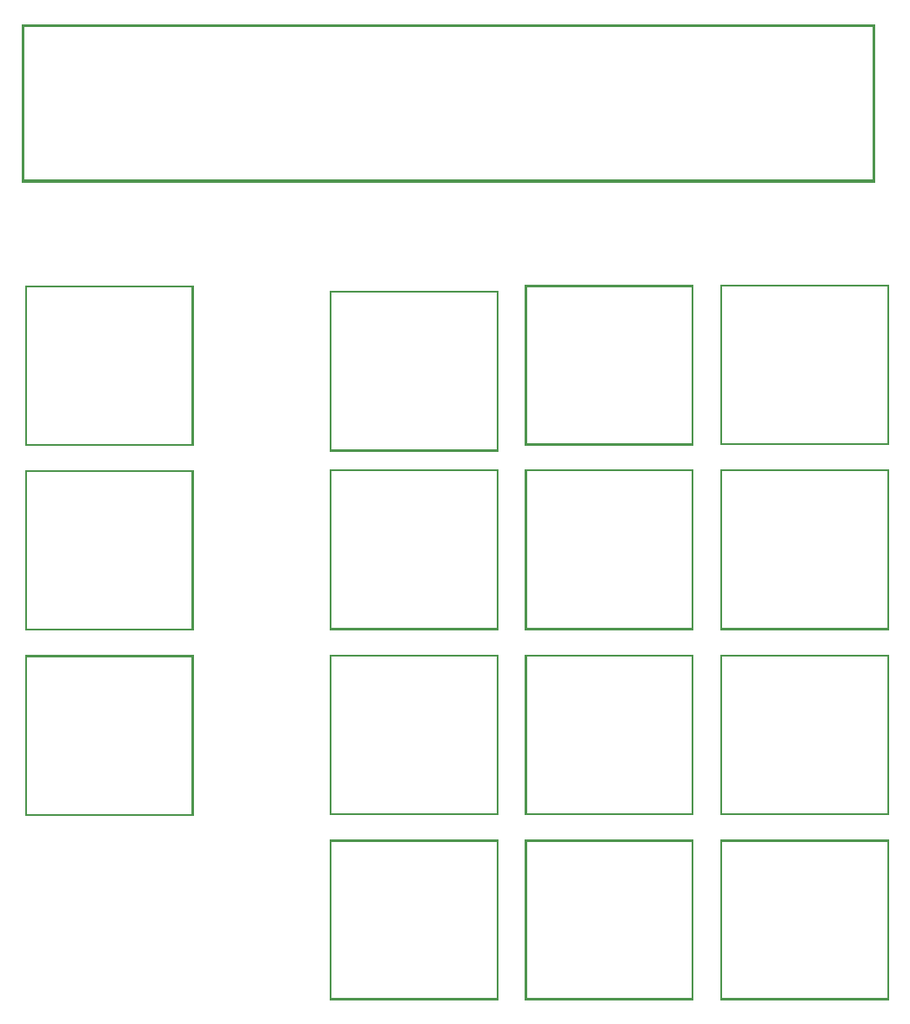
<source format=gbo>
G04 #@! TF.GenerationSoftware,KiCad,Pcbnew,(6.0.7)*
G04 #@! TF.CreationDate,2022-11-27T22:30:53+00:00*
G04 #@! TF.ProjectId,RJ21_RJ45_PRIMARY_BREAKOUT,524a3231-5f52-44a3-9435-5f5052494d41,rev?*
G04 #@! TF.SameCoordinates,Original*
G04 #@! TF.FileFunction,Legend,Bot*
G04 #@! TF.FilePolarity,Positive*
%FSLAX46Y46*%
G04 Gerber Fmt 4.6, Leading zero omitted, Abs format (unit mm)*
G04 Created by KiCad (PCBNEW (6.0.7)) date 2022-11-27 22:30:53*
%MOMM*%
%LPD*%
G01*
G04 APERTURE LIST*
%ADD10C,0.010000*%
%ADD11C,4.500000*%
%ADD12C,1.500000*%
%ADD13C,3.100000*%
%ADD14C,1.600000*%
%ADD15C,3.200000*%
G04 APERTURE END LIST*
G04 #@! TO.C,J17*
G36*
X200450164Y-50095493D02*
G01*
X200450164Y-65420160D01*
X117434497Y-65420160D01*
X117434497Y-65187327D01*
X117646164Y-65187327D01*
X200217331Y-65187327D01*
X200217331Y-50307160D01*
X117646164Y-50307160D01*
X117646164Y-65187327D01*
X117434497Y-65187327D01*
X117434497Y-50095493D01*
X200450164Y-50095493D01*
G37*
D10*
X200450164Y-50095493D02*
X200450164Y-65420160D01*
X117434497Y-65420160D01*
X117434497Y-65187327D01*
X117646164Y-65187327D01*
X200217331Y-65187327D01*
X200217331Y-50307160D01*
X117646164Y-50307160D01*
X117646164Y-65187327D01*
X117434497Y-65187327D01*
X117434497Y-50095493D01*
X200450164Y-50095493D01*
G04 #@! TO.C,J8*
G36*
X166405007Y-129402017D02*
G01*
X182745674Y-129402017D01*
X182745674Y-144938351D01*
X166405007Y-144938351D01*
X166405007Y-144811351D01*
X166532007Y-144811351D01*
X182639841Y-144811351D01*
X182639841Y-129507851D01*
X166532007Y-129507851D01*
X166532007Y-144811351D01*
X166405007Y-144811351D01*
X166405007Y-129402017D01*
G37*
X166405007Y-129402017D02*
X182745674Y-129402017D01*
X182745674Y-144938351D01*
X166405007Y-144938351D01*
X166405007Y-144811351D01*
X166532007Y-144811351D01*
X182639841Y-144811351D01*
X182639841Y-129507851D01*
X166532007Y-129507851D01*
X166532007Y-144811351D01*
X166405007Y-144811351D01*
X166405007Y-129402017D01*
G04 #@! TO.C,J11*
G36*
X147405007Y-111402017D02*
G01*
X163745674Y-111402017D01*
X163745674Y-126938351D01*
X147405007Y-126938351D01*
X147405007Y-126811351D01*
X147532007Y-126811351D01*
X163639841Y-126811351D01*
X163639841Y-111507851D01*
X147532007Y-111507851D01*
X147532007Y-126811351D01*
X147405007Y-126811351D01*
X147405007Y-111402017D01*
G37*
X147405007Y-111402017D02*
X163745674Y-111402017D01*
X163745674Y-126938351D01*
X147405007Y-126938351D01*
X147405007Y-126811351D01*
X147532007Y-126811351D01*
X163639841Y-126811351D01*
X163639841Y-111507851D01*
X147532007Y-111507851D01*
X147532007Y-126811351D01*
X147405007Y-126811351D01*
X147405007Y-111402017D01*
G04 #@! TO.C,J5*
G36*
X166405007Y-75472017D02*
G01*
X182745674Y-75472017D01*
X182745674Y-91008351D01*
X166405007Y-91008351D01*
X166405007Y-90881351D01*
X166532007Y-90881351D01*
X182639841Y-90881351D01*
X182639841Y-75577851D01*
X166532007Y-75577851D01*
X166532007Y-90881351D01*
X166405007Y-90881351D01*
X166405007Y-75472017D01*
G37*
X166405007Y-75472017D02*
X182745674Y-75472017D01*
X182745674Y-91008351D01*
X166405007Y-91008351D01*
X166405007Y-90881351D01*
X166532007Y-90881351D01*
X182639841Y-90881351D01*
X182639841Y-75577851D01*
X166532007Y-75577851D01*
X166532007Y-90881351D01*
X166405007Y-90881351D01*
X166405007Y-75472017D01*
G04 #@! TO.C,J1*
G36*
X185405007Y-75402017D02*
G01*
X201745674Y-75402017D01*
X201745674Y-90938351D01*
X185405007Y-90938351D01*
X185405007Y-90811351D01*
X185532007Y-90811351D01*
X201639841Y-90811351D01*
X201639841Y-75507851D01*
X185532007Y-75507851D01*
X185532007Y-90811351D01*
X185405007Y-90811351D01*
X185405007Y-75402017D01*
G37*
X185405007Y-75402017D02*
X201745674Y-75402017D01*
X201745674Y-90938351D01*
X185405007Y-90938351D01*
X185405007Y-90811351D01*
X185532007Y-90811351D01*
X201639841Y-90811351D01*
X201639841Y-75507851D01*
X185532007Y-75507851D01*
X185532007Y-90811351D01*
X185405007Y-90811351D01*
X185405007Y-75402017D01*
G04 #@! TO.C,J7*
G36*
X166405007Y-111402017D02*
G01*
X182745674Y-111402017D01*
X182745674Y-126938351D01*
X166405007Y-126938351D01*
X166405007Y-126811351D01*
X166532007Y-126811351D01*
X182639841Y-126811351D01*
X182639841Y-111507851D01*
X166532007Y-111507851D01*
X166532007Y-126811351D01*
X166405007Y-126811351D01*
X166405007Y-111402017D01*
G37*
X166405007Y-111402017D02*
X182745674Y-111402017D01*
X182745674Y-126938351D01*
X166405007Y-126938351D01*
X166405007Y-126811351D01*
X166532007Y-126811351D01*
X182639841Y-126811351D01*
X182639841Y-111507851D01*
X166532007Y-111507851D01*
X166532007Y-126811351D01*
X166405007Y-126811351D01*
X166405007Y-111402017D01*
G04 #@! TO.C,J4*
G36*
X185405007Y-129402017D02*
G01*
X201745674Y-129402017D01*
X201745674Y-144938351D01*
X185405007Y-144938351D01*
X185405007Y-144811351D01*
X185532007Y-144811351D01*
X201639841Y-144811351D01*
X201639841Y-129507851D01*
X185532007Y-129507851D01*
X185532007Y-144811351D01*
X185405007Y-144811351D01*
X185405007Y-129402017D01*
G37*
X185405007Y-129402017D02*
X201745674Y-129402017D01*
X201745674Y-144938351D01*
X185405007Y-144938351D01*
X185405007Y-144811351D01*
X185532007Y-144811351D01*
X201639841Y-144811351D01*
X201639841Y-129507851D01*
X185532007Y-129507851D01*
X185532007Y-144811351D01*
X185405007Y-144811351D01*
X185405007Y-129402017D01*
G04 #@! TO.C,J14*
G36*
X134094993Y-108980685D02*
G01*
X117754326Y-108980685D01*
X117754326Y-108874851D01*
X117860159Y-108874851D01*
X133967993Y-108874851D01*
X133967993Y-93571351D01*
X117860159Y-93571351D01*
X117860159Y-108874851D01*
X117754326Y-108874851D01*
X117754326Y-93444351D01*
X134094993Y-93444351D01*
X134094993Y-108980685D01*
G37*
X134094993Y-108980685D02*
X117754326Y-108980685D01*
X117754326Y-108874851D01*
X117860159Y-108874851D01*
X133967993Y-108874851D01*
X133967993Y-93571351D01*
X117860159Y-93571351D01*
X117860159Y-108874851D01*
X117754326Y-108874851D01*
X117754326Y-93444351D01*
X134094993Y-93444351D01*
X134094993Y-108980685D01*
G04 #@! TO.C,J13*
G36*
X134094993Y-126980685D02*
G01*
X117754326Y-126980685D01*
X117754326Y-126874851D01*
X117860159Y-126874851D01*
X133967993Y-126874851D01*
X133967993Y-111571351D01*
X117860159Y-111571351D01*
X117860159Y-126874851D01*
X117754326Y-126874851D01*
X117754326Y-111444351D01*
X134094993Y-111444351D01*
X134094993Y-126980685D01*
G37*
X134094993Y-126980685D02*
X117754326Y-126980685D01*
X117754326Y-126874851D01*
X117860159Y-126874851D01*
X133967993Y-126874851D01*
X133967993Y-111571351D01*
X117860159Y-111571351D01*
X117860159Y-126874851D01*
X117754326Y-126874851D01*
X117754326Y-111444351D01*
X134094993Y-111444351D01*
X134094993Y-126980685D01*
G04 #@! TO.C,J10*
G36*
X147405007Y-93402017D02*
G01*
X163745674Y-93402017D01*
X163745674Y-108938351D01*
X147405007Y-108938351D01*
X147405007Y-108811351D01*
X147532007Y-108811351D01*
X163639841Y-108811351D01*
X163639841Y-93507851D01*
X147532007Y-93507851D01*
X147532007Y-108811351D01*
X147405007Y-108811351D01*
X147405007Y-93402017D01*
G37*
X147405007Y-93402017D02*
X163745674Y-93402017D01*
X163745674Y-108938351D01*
X147405007Y-108938351D01*
X147405007Y-108811351D01*
X147532007Y-108811351D01*
X163639841Y-108811351D01*
X163639841Y-93507851D01*
X147532007Y-93507851D01*
X147532007Y-108811351D01*
X147405007Y-108811351D01*
X147405007Y-93402017D01*
G04 #@! TO.C,J12*
G36*
X147405007Y-129402017D02*
G01*
X163745674Y-129402017D01*
X163745674Y-144938351D01*
X147405007Y-144938351D01*
X147405007Y-144811351D01*
X147532007Y-144811351D01*
X163639841Y-144811351D01*
X163639841Y-129507851D01*
X147532007Y-129507851D01*
X147532007Y-144811351D01*
X147405007Y-144811351D01*
X147405007Y-129402017D01*
G37*
X147405007Y-129402017D02*
X163745674Y-129402017D01*
X163745674Y-144938351D01*
X147405007Y-144938351D01*
X147405007Y-144811351D01*
X147532007Y-144811351D01*
X163639841Y-144811351D01*
X163639841Y-129507851D01*
X147532007Y-129507851D01*
X147532007Y-144811351D01*
X147405007Y-144811351D01*
X147405007Y-129402017D01*
G04 #@! TO.C,J15*
G36*
X134094993Y-91050685D02*
G01*
X117754326Y-91050685D01*
X117754326Y-90944851D01*
X117860159Y-90944851D01*
X133967993Y-90944851D01*
X133967993Y-75641351D01*
X117860159Y-75641351D01*
X117860159Y-90944851D01*
X117754326Y-90944851D01*
X117754326Y-75514351D01*
X134094993Y-75514351D01*
X134094993Y-91050685D01*
G37*
X134094993Y-91050685D02*
X117754326Y-91050685D01*
X117754326Y-90944851D01*
X117860159Y-90944851D01*
X133967993Y-90944851D01*
X133967993Y-75641351D01*
X117860159Y-75641351D01*
X117860159Y-90944851D01*
X117754326Y-90944851D01*
X117754326Y-75514351D01*
X134094993Y-75514351D01*
X134094993Y-91050685D01*
G04 #@! TO.C,J9*
G36*
X147405007Y-76030666D02*
G01*
X163745674Y-76030666D01*
X163745674Y-91567000D01*
X147405007Y-91567000D01*
X147405007Y-91440000D01*
X147532007Y-91440000D01*
X163639841Y-91440000D01*
X163639841Y-76136500D01*
X147532007Y-76136500D01*
X147532007Y-91440000D01*
X147405007Y-91440000D01*
X147405007Y-76030666D01*
G37*
X147405007Y-76030666D02*
X163745674Y-76030666D01*
X163745674Y-91567000D01*
X147405007Y-91567000D01*
X147405007Y-91440000D01*
X147532007Y-91440000D01*
X163639841Y-91440000D01*
X163639841Y-76136500D01*
X147532007Y-76136500D01*
X147532007Y-91440000D01*
X147405007Y-91440000D01*
X147405007Y-76030666D01*
G04 #@! TO.C,J2*
G36*
X185405007Y-93402017D02*
G01*
X201745674Y-93402017D01*
X201745674Y-108938351D01*
X185405007Y-108938351D01*
X185405007Y-108811351D01*
X185532007Y-108811351D01*
X201639841Y-108811351D01*
X201639841Y-93507851D01*
X185532007Y-93507851D01*
X185532007Y-108811351D01*
X185405007Y-108811351D01*
X185405007Y-93402017D01*
G37*
X185405007Y-93402017D02*
X201745674Y-93402017D01*
X201745674Y-108938351D01*
X185405007Y-108938351D01*
X185405007Y-108811351D01*
X185532007Y-108811351D01*
X201639841Y-108811351D01*
X201639841Y-93507851D01*
X185532007Y-93507851D01*
X185532007Y-108811351D01*
X185405007Y-108811351D01*
X185405007Y-93402017D01*
G04 #@! TO.C,J6*
G36*
X166405007Y-93402017D02*
G01*
X182745674Y-93402017D01*
X182745674Y-108938351D01*
X166405007Y-108938351D01*
X166405007Y-108811351D01*
X166532007Y-108811351D01*
X182639841Y-108811351D01*
X182639841Y-93507851D01*
X166532007Y-93507851D01*
X166532007Y-108811351D01*
X166405007Y-108811351D01*
X166405007Y-93402017D01*
G37*
X166405007Y-93402017D02*
X182745674Y-93402017D01*
X182745674Y-108938351D01*
X166405007Y-108938351D01*
X166405007Y-108811351D01*
X166532007Y-108811351D01*
X182639841Y-108811351D01*
X182639841Y-93507851D01*
X166532007Y-93507851D01*
X166532007Y-108811351D01*
X166405007Y-108811351D01*
X166405007Y-93402017D01*
G04 #@! TO.C,J3*
G36*
X185405007Y-111402017D02*
G01*
X201745674Y-111402017D01*
X201745674Y-126938351D01*
X185405007Y-126938351D01*
X185405007Y-126811351D01*
X185532007Y-126811351D01*
X201639841Y-126811351D01*
X201639841Y-111507851D01*
X185532007Y-111507851D01*
X185532007Y-126811351D01*
X185405007Y-126811351D01*
X185405007Y-111402017D01*
G37*
X185405007Y-111402017D02*
X201745674Y-111402017D01*
X201745674Y-126938351D01*
X185405007Y-126938351D01*
X185405007Y-126811351D01*
X185532007Y-126811351D01*
X201639841Y-126811351D01*
X201639841Y-111507851D01*
X185532007Y-111507851D01*
X185532007Y-126811351D01*
X185405007Y-126811351D01*
X185405007Y-111402017D01*
G04 #@! TD*
%LPC*%
D11*
G04 #@! TO.C,J17*
X121514994Y-60954995D03*
X196364994Y-60954995D03*
D12*
X184860036Y-63100000D03*
X182700032Y-63100000D03*
X180540029Y-63100000D03*
X178380033Y-63100000D03*
X176220029Y-63100000D03*
X174060025Y-63100000D03*
X171900022Y-63100000D03*
X169740018Y-63100000D03*
X167580026Y-63100000D03*
X165420015Y-63100000D03*
X163260019Y-63100000D03*
X161100000Y-63100000D03*
X158939996Y-63100000D03*
X156779992Y-63100000D03*
X154619989Y-63100000D03*
X152459985Y-63100000D03*
X150299981Y-63100000D03*
X148139978Y-63100000D03*
X145979974Y-63100000D03*
X143819970Y-63100000D03*
X141659963Y-63100000D03*
X139499959Y-63100000D03*
X137339955Y-63100000D03*
X135179952Y-63100000D03*
X133019948Y-63100000D03*
X184860036Y-58809999D03*
X182700032Y-58809999D03*
X180540029Y-58809999D03*
X178380033Y-58809999D03*
X176220029Y-58809999D03*
X174060025Y-58809999D03*
X171900022Y-58809999D03*
X169740018Y-58809999D03*
X167580026Y-58809999D03*
X165420015Y-58809999D03*
X163260019Y-58809999D03*
X161100000Y-58809999D03*
X158939996Y-58809999D03*
X156779992Y-58809999D03*
X154619989Y-58809999D03*
X152459985Y-58809999D03*
X150299981Y-58809999D03*
X148139978Y-58809999D03*
X145979974Y-58809999D03*
X143819970Y-58809999D03*
X141659963Y-58809999D03*
X139499959Y-58809999D03*
X137339955Y-58809999D03*
X135179952Y-58809999D03*
X133019948Y-58809999D03*
G04 #@! TD*
D13*
G04 #@! TO.C,J8*
X176500000Y-142930000D03*
X176500000Y-131500000D03*
D14*
X170150002Y-141660004D03*
X167610009Y-140390007D03*
X170150002Y-139120003D03*
X167610009Y-137850006D03*
X170150002Y-136580002D03*
X167610009Y-135310005D03*
X170150002Y-134040001D03*
X167610009Y-132770000D03*
G04 #@! TD*
D13*
G04 #@! TO.C,J11*
X157500000Y-113500000D03*
X157500000Y-124930000D03*
D14*
X151150002Y-123660004D03*
X148610009Y-122390007D03*
X151150002Y-121120003D03*
X148610009Y-119850006D03*
X151150002Y-118580002D03*
X148610009Y-117310005D03*
X151150002Y-116040001D03*
X148610009Y-114770000D03*
G04 #@! TD*
D13*
G04 #@! TO.C,J5*
X176500000Y-89000000D03*
X176500000Y-77570000D03*
D14*
X170150002Y-87730004D03*
X167610009Y-86460007D03*
X170150002Y-85190003D03*
X167610009Y-83920006D03*
X170150002Y-82650002D03*
X167610009Y-81380005D03*
X170150002Y-80110001D03*
X167610009Y-78840000D03*
G04 #@! TD*
D13*
G04 #@! TO.C,J1*
X195500000Y-88930000D03*
X195500000Y-77500000D03*
D14*
X189150002Y-87660004D03*
X186610009Y-86390007D03*
X189150002Y-85120003D03*
X186610009Y-83850006D03*
X189150002Y-82580002D03*
X186610009Y-81310005D03*
X189150002Y-80040001D03*
X186610009Y-78770000D03*
G04 #@! TD*
D13*
G04 #@! TO.C,J7*
X176500000Y-113500000D03*
X176500000Y-124930000D03*
D14*
X170150002Y-123660004D03*
X167610009Y-122390007D03*
X170150002Y-121120003D03*
X167610009Y-119850006D03*
X170150002Y-118580002D03*
X167610009Y-117310005D03*
X170150002Y-116040001D03*
X167610009Y-114770000D03*
G04 #@! TD*
D13*
G04 #@! TO.C,J4*
X195500000Y-131500000D03*
X195500000Y-142930000D03*
D14*
X189150002Y-141660004D03*
X186610009Y-140390007D03*
X189150002Y-139120003D03*
X186610009Y-137850006D03*
X189150002Y-136580002D03*
X186610009Y-135310005D03*
X189150002Y-134040001D03*
X186610009Y-132770000D03*
G04 #@! TD*
D13*
G04 #@! TO.C,J14*
X124000000Y-106882702D03*
X124000000Y-95452702D03*
D14*
X130349998Y-96722698D03*
X132889991Y-97992695D03*
X130349998Y-99262699D03*
X132889991Y-100532696D03*
X130349998Y-101802700D03*
X132889991Y-103072697D03*
X130349998Y-104342701D03*
X132889991Y-105612702D03*
G04 #@! TD*
D13*
G04 #@! TO.C,J13*
X124000000Y-113452702D03*
X124000000Y-124882702D03*
D14*
X130349998Y-114722698D03*
X132889991Y-115992695D03*
X130349998Y-117262699D03*
X132889991Y-118532696D03*
X130349998Y-119802700D03*
X132889991Y-121072697D03*
X130349998Y-122342701D03*
X132889991Y-123612702D03*
G04 #@! TD*
D13*
G04 #@! TO.C,J10*
X157500000Y-95500000D03*
X157500000Y-106930000D03*
D14*
X151150002Y-105660004D03*
X148610009Y-104390007D03*
X151150002Y-103120003D03*
X148610009Y-101850006D03*
X151150002Y-100580002D03*
X148610009Y-99310005D03*
X151150002Y-98040001D03*
X148610009Y-96770000D03*
G04 #@! TD*
D13*
G04 #@! TO.C,J12*
X157500000Y-131500000D03*
X157500000Y-142930000D03*
D14*
X151150002Y-141660004D03*
X148610009Y-140390007D03*
X151150002Y-139120003D03*
X148610009Y-137850006D03*
X151150002Y-136580002D03*
X148610009Y-135310005D03*
X151150002Y-134040001D03*
X148610009Y-132770000D03*
G04 #@! TD*
D13*
G04 #@! TO.C,J15*
X124000000Y-77522702D03*
X124000000Y-88952702D03*
D14*
X130349998Y-78792698D03*
X132889991Y-80062695D03*
X130349998Y-81332699D03*
X132889991Y-82602696D03*
X130349998Y-83872700D03*
X132889991Y-85142697D03*
X130349998Y-86412701D03*
X132889991Y-87682702D03*
G04 #@! TD*
D13*
G04 #@! TO.C,J9*
X157500000Y-78128649D03*
X157500000Y-89558649D03*
D14*
X151150002Y-88288653D03*
X148610009Y-87018656D03*
X151150002Y-85748652D03*
X148610009Y-84478655D03*
X151150002Y-83208651D03*
X148610009Y-81938654D03*
X151150002Y-80668650D03*
X148610009Y-79398649D03*
G04 #@! TD*
D13*
G04 #@! TO.C,J2*
X195500000Y-106930000D03*
X195500000Y-95500000D03*
D14*
X189150002Y-105660004D03*
X186610009Y-104390007D03*
X189150002Y-103120003D03*
X186610009Y-101850006D03*
X189150002Y-100580002D03*
X186610009Y-99310005D03*
X189150002Y-98040001D03*
X186610009Y-96770000D03*
G04 #@! TD*
D13*
G04 #@! TO.C,J6*
X176500000Y-95500000D03*
X176500000Y-106930000D03*
D14*
X170150002Y-105660004D03*
X167610009Y-104390007D03*
X170150002Y-103120003D03*
X167610009Y-101850006D03*
X170150002Y-100580002D03*
X167610009Y-99310005D03*
X170150002Y-98040001D03*
X167610009Y-96770000D03*
G04 #@! TD*
D15*
G04 #@! TO.C,REF\u002A\u002A*
X110000000Y-60000000D03*
G04 #@! TD*
G04 #@! TO.C,REF\u002A\u002A*
X210000000Y-60000000D03*
G04 #@! TD*
G04 #@! TO.C,REF\u002A\u002A*
X210000000Y-160000000D03*
G04 #@! TD*
G04 #@! TO.C,REF\u002A\u002A*
X110000000Y-160000000D03*
G04 #@! TD*
D13*
G04 #@! TO.C,J3*
X195500000Y-113500000D03*
X195500000Y-124930000D03*
D14*
X189150002Y-123660004D03*
X186610009Y-122390007D03*
X189150002Y-121120003D03*
X186610009Y-119850006D03*
X189150002Y-118580002D03*
X186610009Y-117310005D03*
X189150002Y-116040001D03*
X186610009Y-114770000D03*
G04 #@! TD*
M02*

</source>
